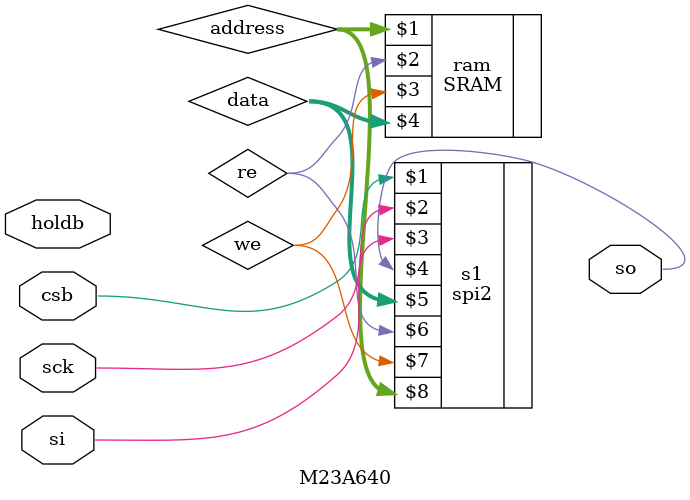
<source format=v>
module M23A640(csb, so, holdb, sck, si);
	input csb, holdb, sck, si;
	output so;
	
    wire error;
	wire re, we; 
	wire [7:0] instruction; 
	wire [12:0] address; 
	wire [7:0] data; 
	
	spi2 s1 (csb, sck, si, so, data, re, we, address); 
	SRAM ram (address, re, we, data);
	

endmodule
</source>
